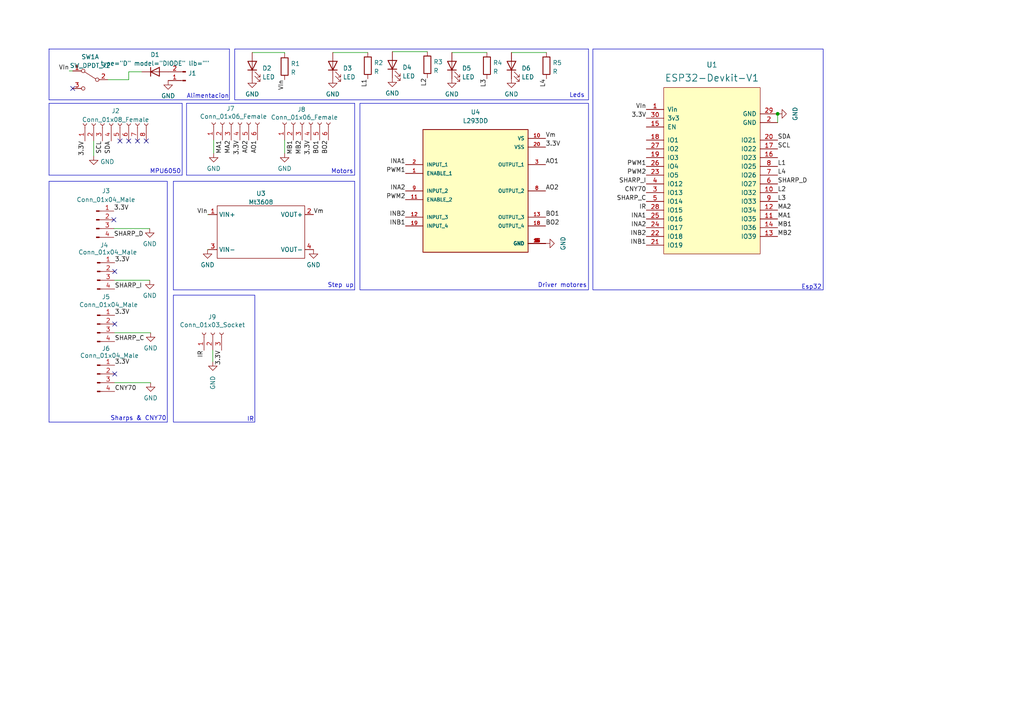
<source format=kicad_sch>
(kicad_sch (version 20230121) (generator eeschema)
  (paper "A4")
  (lib_symbols
    (symbol "Connector:Conn_01x02_Male" (pin_names (offset 1.016) hide)
      (property "Reference" "J" (at 0 2.54 0))
      (property "Value" "Conn_01x02_Male" (at 0 -5.08 0))
      (symbol "Conn_01x02_Male_1_1"
        (polyline (pts (xy 1.27 -2.54) (xy 0.8636 -2.54)) (stroke (width 0.1524)))
        (polyline (pts (xy 1.27 0) (xy 0.8636 0)) (stroke (width 0.1524)))
        (rectangle (start 0.8636 -2.413) (end 0 -2.667) (stroke (width 0.1524)) (fill (type outline)))
        (rectangle (start 0.8636 0.127) (end 0 -0.127) (stroke (width 0.1524)) (fill (type outline)))
        (pin passive line (at 5.08 0 180) (length 3.81) (name "Pin_1") (number "1"))
        (pin passive line (at 5.08 -2.54 180) (length 3.81) (name "Pin_2") (number "2"))
      )
    )
    (symbol "Connector:Conn_01x03_Socket" (pin_names (offset 1.016) hide)
      (property "Reference" "J" (at 0 5.08 0))
      (property "Value" "Conn_01x03_Socket" (at 0 -5.08 0))
      (symbol "Conn_01x03_Socket_1_1"
        (arc (start 0 -2.032) (mid -0.5058 -2.54) (end 0 -3.048) (stroke (width 0.1524)))
        (polyline (pts (xy -1.27 -2.54) (xy -0.508 -2.54)) (stroke (width 0.1524)))
        (polyline (pts (xy -1.27 0) (xy -0.508 0)) (stroke (width 0.1524)))
        (polyline (pts (xy -1.27 2.54) (xy -0.508 2.54)) (stroke (width 0.1524)))
        (arc (start 0 0.508) (mid -0.5058 0) (end 0 -0.508) (stroke (width 0.1524)))
        (arc (start 0 3.048) (mid -0.5058 2.54) (end 0 2.032) (stroke (width 0.1524)))
        (pin passive line (at -5.08 2.54 0) (length 3.81) (name "Pin_1") (number "1"))
        (pin passive line (at -5.08 0 0) (length 3.81) (name "Pin_2") (number "2"))
        (pin passive line (at -5.08 -2.54 0) (length 3.81) (name "Pin_3") (number "3"))
      )
    )
    (symbol "Connector:Conn_01x04_Male" (pin_names (offset 1.016) hide)
      (property "Reference" "J" (at 0 5.08 0))
      (property "Value" "Conn_01x04_Male" (at 0 -7.62 0))
      (symbol "Conn_01x04_Male_1_1"
        (polyline (pts (xy 1.27 -5.08) (xy 0.8636 -5.08)) (stroke (width 0.1524)))
        (polyline (pts (xy 1.27 -2.54) (xy 0.8636 -2.54)) (stroke (width 0.1524)))
        (polyline (pts (xy 1.27 0) (xy 0.8636 0)) (stroke (width 0.1524)))
        (polyline (pts (xy 1.27 2.54) (xy 0.8636 2.54)) (stroke (width 0.1524)))
        (rectangle (start 0.8636 -4.953) (end 0 -5.207) (stroke (width 0.1524)) (fill (type outline)))
        (rectangle (start 0.8636 -2.413) (end 0 -2.667) (stroke (width 0.1524)) (fill (type outline)))
        (rectangle (start 0.8636 0.127) (end 0 -0.127) (stroke (width 0.1524)) (fill (type outline)))
        (rectangle (start 0.8636 2.667) (end 0 2.413) (stroke (width 0.1524)) (fill (type outline)))
        (pin passive line (at 5.08 2.54 180) (length 3.81) (name "Pin_1") (number "1"))
        (pin passive line (at 5.08 0 180) (length 3.81) (name "Pin_2") (number "2"))
        (pin passive line (at 5.08 -2.54 180) (length 3.81) (name "Pin_3") (number "3"))
        (pin passive line (at 5.08 -5.08 180) (length 3.81) (name "Pin_4") (number "4"))
      )
    )
    (symbol "Connector:Conn_01x06_Female" (pin_names (offset 1.016) hide)
      (property "Reference" "J" (at 0 7.62 0))
      (property "Value" "Conn_01x06_Female" (at 0 -10.16 0))
      (symbol "Conn_01x06_Female_1_1"
        (arc (start 0 -7.112) (mid -0.5058 -7.62) (end 0 -8.128) (stroke (width 0.1524)))
        (arc (start 0 -4.572) (mid -0.5058 -5.08) (end 0 -5.588) (stroke (width 0.1524)))
        (arc (start 0 -2.032) (mid -0.5058 -2.54) (end 0 -3.048) (stroke (width 0.1524)))
        (polyline (pts (xy -1.27 -7.62) (xy -0.508 -7.62)) (stroke (width 0.1524)))
        (polyline (pts (xy -1.27 -5.08) (xy -0.508 -5.08)) (stroke (width 0.1524)))
        (polyline (pts (xy -1.27 -2.54) (xy -0.508 -2.54)) (stroke (width 0.1524)))
        (polyline (pts (xy -1.27 0) (xy -0.508 0)) (stroke (width 0.1524)))
        (polyline (pts (xy -1.27 2.54) (xy -0.508 2.54)) (stroke (width 0.1524)))
        (polyline (pts (xy -1.27 5.08) (xy -0.508 5.08)) (stroke (width 0.1524)))
        (arc (start 0 0.508) (mid -0.5058 0) (end 0 -0.508) (stroke (width 0.1524)))
        (arc (start 0 3.048) (mid -0.5058 2.54) (end 0 2.032) (stroke (width 0.1524)))
        (arc (start 0 5.588) (mid -0.5058 5.08) (end 0 4.572) (stroke (width 0.1524)))
        (pin passive line (at -5.08 5.08 0) (length 3.81) (name "Pin_1") (number "1"))
        (pin passive line (at -5.08 2.54 0) (length 3.81) (name "Pin_2") (number "2"))
        (pin passive line (at -5.08 0 0) (length 3.81) (name "Pin_3") (number "3"))
        (pin passive line (at -5.08 -2.54 0) (length 3.81) (name "Pin_4") (number "4"))
        (pin passive line (at -5.08 -5.08 0) (length 3.81) (name "Pin_5") (number "5"))
        (pin passive line (at -5.08 -7.62 0) (length 3.81) (name "Pin_6") (number "6"))
      )
    )
    (symbol "Connector:Conn_01x08_Female" (pin_names (offset 1.016) hide)
      (property "Reference" "J" (at 0 10.16 0))
      (property "Value" "Conn_01x08_Female" (at 0 -12.7 0))
      (symbol "Conn_01x08_Female_1_1"
        (arc (start 0 -9.652) (mid -0.5058 -10.16) (end 0 -10.668) (stroke (width 0.1524)))
        (arc (start 0 -7.112) (mid -0.5058 -7.62) (end 0 -8.128) (stroke (width 0.1524)))
        (arc (start 0 -4.572) (mid -0.5058 -5.08) (end 0 -5.588) (stroke (width 0.1524)))
        (arc (start 0 -2.032) (mid -0.5058 -2.54) (end 0 -3.048) (stroke (width 0.1524)))
        (polyline (pts (xy -1.27 -10.16) (xy -0.508 -10.16)) (stroke (width 0.1524)))
        (polyline (pts (xy -1.27 -7.62) (xy -0.508 -7.62)) (stroke (width 0.1524)))
        (polyline (pts (xy -1.27 -5.08) (xy -0.508 -5.08)) (stroke (width 0.1524)))
        (polyline (pts (xy -1.27 -2.54) (xy -0.508 -2.54)) (stroke (width 0.1524)))
        (polyline (pts (xy -1.27 0) (xy -0.508 0)) (stroke (width 0.1524)))
        (polyline (pts (xy -1.27 2.54) (xy -0.508 2.54)) (stroke (width 0.1524)))
        (polyline (pts (xy -1.27 5.08) (xy -0.508 5.08)) (stroke (width 0.1524)))
        (polyline (pts (xy -1.27 7.62) (xy -0.508 7.62)) (stroke (width 0.1524)))
        (arc (start 0 0.508) (mid -0.5058 0) (end 0 -0.508) (stroke (width 0.1524)))
        (arc (start 0 3.048) (mid -0.5058 2.54) (end 0 2.032) (stroke (width 0.1524)))
        (arc (start 0 5.588) (mid -0.5058 5.08) (end 0 4.572) (stroke (width 0.1524)))
        (arc (start 0 8.128) (mid -0.5058 7.62) (end 0 7.112) (stroke (width 0.1524)))
        (pin passive line (at -5.08 7.62 0) (length 3.81) (name "Pin_1") (number "1"))
        (pin passive line (at -5.08 5.08 0) (length 3.81) (name "Pin_2") (number "2"))
        (pin passive line (at -5.08 2.54 0) (length 3.81) (name "Pin_3") (number "3"))
        (pin passive line (at -5.08 0 0) (length 3.81) (name "Pin_4") (number "4"))
        (pin passive line (at -5.08 -2.54 0) (length 3.81) (name "Pin_5") (number "5"))
        (pin passive line (at -5.08 -5.08 0) (length 3.81) (name "Pin_6") (number "6"))
        (pin passive line (at -5.08 -7.62 0) (length 3.81) (name "Pin_7") (number "7"))
        (pin passive line (at -5.08 -10.16 0) (length 3.81) (name "Pin_8") (number "8"))
      )
    )
    (symbol "Device:LED" (pin_numbers hide) (pin_names (offset 1.016) hide)
      (property "Reference" "D" (at 0 2.54 0))
      (property "Value" "LED" (at 0 -2.54 0))
      (symbol "LED_0_1"
        (polyline (pts (xy -1.27 -1.27) (xy -1.27 1.27)) (stroke (width 0.254)))
        (polyline (pts (xy -1.27 0) (xy 1.27 0)))
        (polyline (pts (xy 1.27 -1.27) (xy 1.27 1.27) (xy -1.27 0) (xy 1.27 -1.27)) (stroke (width 0.254)))
        (polyline (pts (xy -3.048 -0.762) (xy -4.572 -2.286) (xy -3.81 -2.286) (xy -4.572 -2.286) (xy -4.572 -1.524)))
        (polyline (pts (xy -1.778 -0.762) (xy -3.302 -2.286) (xy -2.54 -2.286) (xy -3.302 -2.286) (xy -3.302 -1.524)))
      )
      (symbol "LED_1_1"
        (pin passive line (at -3.81 0 0) (length 2.54) (name "K") (number "1"))
        (pin passive line (at 3.81 0 180) (length 2.54) (name "A") (number "2"))
      )
    )
    (symbol "Device:R" (pin_numbers hide) (pin_names (offset 0))
      (property "Reference" "R" (at 2.032 0 90))
      (property "Value" "R" (at 0 0 90))
      (symbol "R_0_1"
        (rectangle (start -1.016 -2.54) (end 1.016 2.54) (stroke (width 0.254)))
      )
      (symbol "R_1_1"
        (pin passive line (at 0 3.81 270) (length 1.27) (name "~") (number "1"))
        (pin passive line (at 0 -3.81 90) (length 1.27) (name "~") (number "2"))
      )
    )
    (symbol "L293DD:L293DD" (pin_names (offset 1.016))
      (property "Reference" "U" (at -15 18.7 0))
      (property "Value" "L293DD" (at -15 -20 0))
      (symbol "L293DD_0_0"
        (rectangle (start -15.24 -17.78) (end 15.24 17.78) (stroke (width 0.254)) (fill (type background)))
        (pin input line (at -20.32 5.08 0) (length 5.08) (name "ENABLE_1") (number "1"))
        (pin power_in line (at 20.32 15.24 180) (length 5.08) (name "VS") (number "10"))
        (pin input line (at -20.32 -2.54 0) (length 5.08) (name "ENABLE_2") (number "11"))
        (pin input line (at -20.32 -7.62 0) (length 5.08) (name "INPUT_3") (number "12"))
        (pin output line (at 20.32 -7.62 180) (length 5.08) (name "OUTPUT_3") (number "13"))
        (pin power_in line (at 20.32 -15.24 180) (length 5.08) (name "GND") (number "14"))
        (pin power_in line (at 20.32 -15.24 180) (length 5.08) (name "GND") (number "15"))
        (pin power_in line (at 20.32 -15.24 180) (length 5.08) (name "GND") (number "16"))
        (pin power_in line (at 20.32 -15.24 180) (length 5.08) (name "GND") (number "17"))
        (pin output line (at 20.32 -10.16 180) (length 5.08) (name "OUTPUT_4") (number "18"))
        (pin input line (at -20.32 -10.16 0) (length 5.08) (name "INPUT_4") (number "19"))
        (pin input line (at -20.32 7.62 0) (length 5.08) (name "INPUT_1") (number "2"))
        (pin power_in line (at 20.32 12.7 180) (length 5.08) (name "VSS") (number "20"))
        (pin output line (at 20.32 7.62 180) (length 5.08) (name "OUTPUT_1") (number "3"))
        (pin power_in line (at 20.32 -15.24 180) (length 5.08) (name "GND") (number "4"))
        (pin power_in line (at 20.32 -15.24 180) (length 5.08) (name "GND") (number "5"))
        (pin power_in line (at 20.32 -15.24 180) (length 5.08) (name "GND") (number "6"))
        (pin power_in line (at 20.32 -15.24 180) (length 5.08) (name "GND") (number "7"))
        (pin output line (at 20.32 0 180) (length 5.08) (name "OUTPUT_2") (number "8"))
        (pin input line (at -20.32 0 0) (length 5.08) (name "INPUT_2") (number "9"))
      )
    )
    (symbol "Simulation_SPICE:DIODE" (pin_numbers hide) (pin_names (offset 1.016) hide)
      (property "Reference" "D" (at 0 2.54 0))
      (property "Value" "DIODE" (at 0 -2.54 0))
      (symbol "DIODE_0_1"
        (polyline (pts (xy 1.27 0) (xy -1.27 0)))
        (polyline (pts (xy 1.27 1.27) (xy 1.27 -1.27)) (stroke (width 0.254)))
        (polyline (pts (xy -1.27 -1.27) (xy -1.27 1.27) (xy 1.27 0) (xy -1.27 -1.27)) (stroke (width 0.254)))
      )
      (symbol "DIODE_1_1"
        (pin passive line (at -3.81 0 0) (length 2.54) (name "A") (number "1"))
        (pin passive line (at 3.81 0 180) (length 2.54) (name "K") (number "2"))
      )
    )
    (symbol "Switch:SW_DPDT_x2" (pin_names (offset 0) hide)
      (property "Reference" "SW" (at 0 4.318 0))
      (property "Value" "SW_DPDT_x2" (at 0 -5.08 0))
      (symbol "SW_DPDT_x2_0_0"
        (circle (center -2.032 0) (radius 0.508))
        (circle (center 2.032 -2.54) (radius 0.508))
      )
      (symbol "SW_DPDT_x2_0_1"
        (polyline (pts (xy -1.524 0.254) (xy 1.651 2.286)))
        (circle (center 2.032 2.54) (radius 0.508))
      )
      (symbol "SW_DPDT_x2_1_1"
        (pin passive line (at 5.08 2.54 180) (length 2.54) (name "A") (number "1"))
        (pin passive line (at -5.08 0 0) (length 2.54) (name "B") (number "2"))
        (pin passive line (at 5.08 -2.54 180) (length 2.54) (name "C") (number "3"))
      )
      (symbol "SW_DPDT_x2_2_1"
        (pin passive line (at 5.08 2.54 180) (length 2.54) (name "A") (number "4"))
        (pin passive line (at -5.08 0 0) (length 2.54) (name "B") (number "5"))
        (pin passive line (at 5.08 -2.54 180) (length 2.54) (name "C") (number "6"))
      )
    )
    (symbol "esp32-devkit-v1:ESP32-Devkit-V1" (pin_names (offset 1.016))
      (property "Reference" "U" (at 13.97 -21.59 0))
      (property "Value" "ESP32-Devkit-V1" (at 13.97 -2.54 0))
      (symbol "ESP32-Devkit-V1_0_1"
        (rectangle (start 0 0) (end 27.94 -48.26) (fill (type background)))
      )
      (symbol "ESP32-Devkit-V1_1_1"
        (pin power_in line (at -5.08 -6.35 0) (length 5.08) (name "Vin") (number "1"))
        (pin bidirectional line (at 33.02 -30.48 180) (length 5.08) (name "IO32") (number "10"))
        (pin bidirectional line (at 33.02 -38.1 180) (length 5.08) (name "IO35") (number "11"))
        (pin bidirectional line (at 33.02 -35.56 180) (length 5.08) (name "IO34") (number "12"))
        (pin bidirectional line (at 33.02 -43.18 180) (length 5.08) (name "IO39") (number "13"))
        (pin bidirectional line (at 33.02 -40.64 180) (length 5.08) (name "IO36") (number "14"))
        (pin input line (at -5.08 -11.43 0) (length 5.08) (name "EN") (number "15"))
        (pin bidirectional line (at 33.02 -20.32 180) (length 5.08) (name "IO23") (number "16"))
        (pin bidirectional line (at 33.02 -17.78 180) (length 5.08) (name "IO22") (number "17"))
        (pin bidirectional line (at -5.08 -15.24 0) (length 5.08) (name "IO1") (number "18"))
        (pin bidirectional line (at -5.08 -20.32 0) (length 5.08) (name "IO3") (number "19"))
        (pin power_out line (at 33.02 -10.16 180) (length 5.08) (name "GND") (number "2"))
        (pin bidirectional line (at 33.02 -15.24 180) (length 5.08) (name "IO21") (number "20"))
        (pin bidirectional line (at -5.08 -45.72 0) (length 5.08) (name "IO19") (number "21"))
        (pin bidirectional line (at -5.08 -43.18 0) (length 5.08) (name "IO18") (number "22"))
        (pin bidirectional line (at -5.08 -25.4 0) (length 5.08) (name "IO5") (number "23"))
        (pin bidirectional line (at -5.08 -40.64 0) (length 5.08) (name "IO17") (number "24"))
        (pin bidirectional line (at -5.08 -38.1 0) (length 5.08) (name "IO16") (number "25"))
        (pin bidirectional line (at -5.08 -22.86 0) (length 5.08) (name "IO4") (number "26"))
        (pin bidirectional line (at -5.08 -17.78 0) (length 5.08) (name "IO2") (number "27"))
        (pin bidirectional line (at -5.08 -35.56 0) (length 5.08) (name "IO15") (number "28"))
        (pin power_out line (at 33.02 -7.62 180) (length 5.08) (name "GND") (number "29"))
        (pin bidirectional line (at -5.08 -30.48 0) (length 5.08) (name "IO13") (number "3"))
        (pin power_out line (at -5.08 -8.89 0) (length 5.08) (name "3v3") (number "30"))
        (pin bidirectional line (at -5.08 -27.94 0) (length 5.08) (name "IO12") (number "4"))
        (pin bidirectional line (at -5.08 -33.02 0) (length 5.08) (name "IO14") (number "5"))
        (pin bidirectional line (at 33.02 -27.94 180) (length 5.08) (name "IO27") (number "6"))
        (pin bidirectional line (at 33.02 -25.4 180) (length 5.08) (name "IO26") (number "7"))
        (pin bidirectional line (at 33.02 -22.86 180) (length 5.08) (name "IO25") (number "8"))
        (pin bidirectional line (at 33.02 -33.02 180) (length 5.08) (name "IO33") (number "9"))
      )
    )
    (symbol "power:GND" (power) (pin_names (offset 0))
      (property "Value" "GND" (at 0 -3.81 0))
      (symbol "GND_0_1"
        (polyline (pts (xy 0 0) (xy 0 -1.27) (xy 1.27 -1.27) (xy 0 -2.54) (xy -1.27 -1.27) (xy 0 -1.27)))
      )
      (symbol "GND_1_1"
        (pin power_in line (at 0 0 270) (length 0) hide (name "GND") (number "1"))
      )
    )
    (symbol "propios:Mt3608"
      (property "Reference" "U" (at 0 0 0))
      (property "Value" "Mt3608" (at 0 0 0))
      (symbol "Mt3608_0_1"
        (rectangle (start -12.7 -2.54) (end 12.7 -17.78))
      )
      (symbol "Mt3608_1_1"
        (pin input line (at -15.24 -5.08 0) (length 2.54) (name "VIN+") (number "1"))
        (pin input line (at 15.24 -5.08 180) (length 2.54) (name "VOUT+") (number "2"))
        (pin input line (at -15.24 -15.24 0) (length 2.54) (name "VIN-") (number "3"))
        (pin input line (at 15.24 -15.24 180) (length 2.54) (name "VOUT-") (number "4"))
      )
    )
  )
  (junction (at 225.552 33.02))
  (no_connect (at 33.274 78.74))
  (no_connect (at 39.878 40.894))
  (no_connect (at 37.338 40.894))
  (no_connect (at 42.418 40.894))
  (no_connect (at 21.082 25.654))
  (no_connect (at 33.274 93.98))
  (no_connect (at 34.798 40.894))
  (no_connect (at 33.02 63.754))
  (no_connect (at 33.274 108.458))
  (wire (pts (xy 96.52 15.24) (xy 106.68 15.24)))
  (polyline (pts (xy 68.072 28.956) (xy 68.072 14.224)))
  (polyline (pts (xy 50.292 52.578) (xy 102.87 52.578)))
  (polyline (pts (xy 170.688 14.224) (xy 170.688 28.956)))
  (wire (pts (xy 27.178 45.212) (xy 27.178 40.894)))
  (wire (pts (xy 43.434 81.28) (xy 33.274 81.28)))
  (polyline (pts (xy 66.548 14.224) (xy 14.224 14.224)))
  (wire (pts (xy 225.552 33.02) (xy 225.552 35.56)))
  (wire (pts (xy 37.338 23.114) (xy 31.242 23.114)))
  (polyline (pts (xy 68.072 14.224) (xy 170.688 14.224)))
  (polyline (pts (xy 48.514 122.428) (xy 48.514 52.578)))
  (wire (pts (xy 82.55 15.24) (xy 82.55 15.494)))
  (polyline (pts (xy 14.224 50.8) (xy 14.224 29.972)))
  (polyline (pts (xy 14.224 122.428) (xy 48.514 122.428)))
  (polyline (pts (xy 14.224 14.224) (xy 14.224 28.956)))
  (polyline (pts (xy 14.224 28.956) (xy 66.548 28.956)))
  (wire (pts (xy 43.688 96.52) (xy 33.274 96.52)))
  (wire (pts (xy 37.338 20.828) (xy 37.338 23.114)))
  (polyline (pts (xy 50.292 52.578) (xy 50.292 84.074)))
  (wire (pts (xy 43.434 66.294) (xy 33.02 66.294)))
  (polyline (pts (xy 102.87 29.972) (xy 102.87 50.8)))
  (polyline (pts (xy 54.102 29.972) (xy 102.87 29.972)))
  (polyline (pts (xy 102.87 84.074) (xy 50.292 84.074)))
  (wire (pts (xy 73.152 15.24) (xy 82.55 15.24)))
  (wire (pts (xy 61.976 44.45) (xy 61.976 40.64)))
  (wire (pts (xy 148.336 15.24) (xy 158.496 15.24)))
  (wire (pts (xy 20.066 20.574) (xy 21.082 20.574)))
  (polyline (pts (xy 66.548 28.956) (xy 66.548 14.224)))
  (wire (pts (xy 113.792 14.986) (xy 123.952 14.986)))
  (polyline (pts (xy 14.224 14.224) (xy 14.224 14.224)))
  (polyline (pts (xy 14.224 50.8) (xy 52.832 50.8)))
  (polyline (pts (xy 170.688 28.956) (xy 68.072 28.956)))
  (polyline (pts (xy 102.87 52.578) (xy 102.87 84.074)))
  (wire (pts (xy 41.148 20.828) (xy 37.338 20.828)))
  (wire (pts (xy 131.064 15.24) (xy 141.224 15.24)))
  (polyline (pts (xy 14.224 29.972) (xy 52.832 29.972)))
  (wire (pts (xy 82.55 44.45) (xy 82.55 40.64)))
  (polyline (pts (xy 54.102 29.972) (xy 54.102 50.8)))
  (wire (pts (xy 61.722 104.902) (xy 61.722 101.6)))
  (polyline (pts (xy 52.832 29.972) (xy 52.832 50.8)))
  (polyline (pts (xy 48.514 52.578) (xy 14.224 52.578)))
  (wire (pts (xy 43.688 110.998) (xy 33.274 110.998)))
  (wire (pts (xy 60.198 62.23) (xy 60.452 62.23)))
  (wire (pts (xy 60.198 72.39) (xy 60.452 72.39)))
  (polyline (pts (xy 102.87 50.8) (xy 54.102 50.8)))
  (polyline (pts (xy 14.224 52.578) (xy 14.224 122.428)))
  (rectangle (start 104.394 29.972) (end 170.688 84.074))
  (rectangle (start 50.292 85.598) (end 73.914 122.428))
  (rectangle (start 171.958 14.224) (end 238.76 84.074))
  (text "Driver motores\n" (at 155.956 83.566 0) (effects (font (size 1.27 1.27)) (justify left bottom)))
  (text "IR" (at 71.628 122.428 0) (effects (font (size 1.27 1.27)) (justify left bottom)))
  (text "MPU6050\n" (at 43.434 50.546 0) (effects (font (size 1.27 1.27)) (justify left bottom)))
  (text "Esp32" (at 232.41 84.074 0) (effects (font (size 1.27 1.27)) (justify left bottom)))
  (text "Step up\n" (at 94.996 83.566 0) (effects (font (size 1.27 1.27)) (justify left bottom)))
  (text "Motors\n" (at 96.012 50.546 0) (effects (font (size 1.27 1.27)) (justify left bottom)))
  (text "Leds" (at 165.1 28.448 0) (effects (font (size 1.27 1.27)) (justify left bottom)))
  (text "Alimentacion\n" (at 54.102 28.702 0) (effects (font (size 1.27 1.27)) (justify left bottom)))
  (text "Sharps & CNY70" (at 32.004 122.174 0) (effects (font (size 1.27 1.27)) (justify left bottom)))
  (label "SCL" (at 29.718 40.894 270))
  (label "3.3V" (at 69.596 40.64 270))
  (label "VIn" (at 82.55 23.114 270))
  (label "VIn" (at 20.066 20.574 180))
  (label "L3" (at 225.552 58.42 0))
  (label "VIn" (at 187.452 31.75 180))
  (label "SDA" (at 225.552 40.64 0))
  (label "SHARP_C" (at 187.452 58.42 180))
  (label "Vm" (at 158.242 40.132 0))
  (label "INB1" (at 187.452 71.12 180))
  (label "3.3V" (at 33.274 105.918 0))
  (label "3.3V" (at 90.17 40.64 270))
  (label "L2" (at 225.552 55.88 0))
  (label "SHARP_D" (at 225.552 53.34 0))
  (label "SHARP_D" (at 33.02 68.834 0))
  (label "IR" (at 187.452 60.96 180))
  (label "INB1" (at 117.602 65.532 180))
  (label "L1" (at 106.68 22.86 270))
  (label "SHARP_I" (at 187.452 53.34 180))
  (label "Vm" (at 90.932 62.23 0))
  (label "VIn" (at 60.198 62.23 180))
  (label "PWM1" (at 187.452 48.26 180))
  (label "PWM2" (at 117.602 57.912 180))
  (label "AO2" (at 158.242 55.372 0))
  (label "BO2" (at 95.25 40.64 270))
  (label "L1" (at 225.552 48.26 0))
  (label "MA2" (at 225.552 60.96 0))
  (label "INB2" (at 117.602 62.992 180))
  (label "SHARP_C" (at 33.274 99.06 0))
  (label "L3" (at 141.224 22.86 270))
  (label "CNY70" (at 187.452 55.88 180))
  (label "AO1" (at 74.676 40.64 270))
  (label "MB1" (at 225.552 66.04 0))
  (label "L4" (at 225.552 50.8 0))
  (label "3.3V" (at 158.242 42.672 0))
  (label "MA1" (at 225.552 63.5 0))
  (label "PWM2" (at 187.452 50.8 180))
  (label "INA2" (at 117.602 55.372 180))
  (label "MB2" (at 225.552 68.58 0))
  (label "IR" (at 59.182 101.6 270))
  (label "L2" (at 123.952 22.606 270))
  (label "3.3V" (at 187.452 34.29 180))
  (label "MB1" (at 85.09 40.64 270))
  (label "INA1" (at 187.452 63.5 180))
  (label "3.3V" (at 64.262 101.6 270))
  (label "AO1" (at 158.242 47.752 0))
  (label "PWM1" (at 117.602 50.292 180))
  (label "BO1" (at 158.242 62.992 0))
  (label "INB2" (at 187.452 68.58 180))
  (label "L4" (at 158.496 22.86 270))
  (label "SDA" (at 32.258 40.894 270))
  (label "3.3V" (at 24.638 40.894 270))
  (label "SCL" (at 225.552 43.18 0))
  (label "CNY70" (at 33.274 113.538 0))
  (label "INA2" (at 187.452 66.04 180))
  (label "MA1" (at 64.516 40.64 270))
  (label "INA1" (at 117.602 47.752 180))
  (label "AO2" (at 72.136 40.64 270))
  (label "BO1" (at 92.71 40.64 270))
  (label "3.3V" (at 33.274 91.44 0))
  (label "BO2" (at 158.242 65.532 0))
  (label "3.3V" (at 33.274 76.2 0))
  (label "SHARP_I" (at 33.274 83.82 0))
  (label "MB2" (at 87.63 40.64 270))
  (label "3.3V" (at 33.02 61.214 0))
  (label "MA2" (at 67.056 40.64 270))
  (symbol (lib_id "power:GND") (at 27.178 45.212 0) (unit 1)
    (property "Reference" "#PWR03" (effects hide))
    (property "Value" "GND" (at 29.083 46.9158 0) (effects (justify left)))
  )
  (symbol (lib_id "power:GND") (at 225.552 33.02 90) (unit 1)
    (property "Reference" "#PWR018" (effects hide))
    (property "Value" "GND" (at 230.632 33.02 0))
  )
  (symbol (lib_id "Connector:Conn_01x04_Male") (at 28.194 78.74 0) (unit 1)
    (property "Reference" "J4" (at 30.226 71.12 0))
    (property "Value" "Conn_01x04_Male" (at 31.242 73.152 0))
    (property "Footprint" "Connector_PinHeader_2.54mm:PinHeader_1x04_P2.54mm_Vertical" (effects hide))
  )
  (symbol (lib_id "power:GND") (at 43.434 66.294 0) (unit 1)
    (property "Reference" "#PWR04" (effects hide))
    (property "Value" "GND" (at 43.434 70.7374 0))
  )
  (symbol (lib_id "power:GND") (at 148.336 22.86 0) (unit 1)
    (property "Reference" "#PWR017" (effects hide))
    (property "Value" "GND" (at 148.336 27.3034 0))
  )
  (symbol (lib_id "Device:R") (at 141.224 19.05 0) (unit 1)
    (property "Reference" "R4" (at 143.002 18.2153 0) (effects (justify left)))
    (property "Value" "R" (at 143.002 20.7522 0) (effects (justify left)))
    (property "Footprint" "Resistor_SMD:R_1206_3216Metric_Pad1.30x1.75mm_HandSolder" (effects hide))
  )
  (symbol (lib_id "power:GND") (at 43.688 110.998 0) (unit 1)
    (property "Reference" "#PWR07" (effects hide))
    (property "Value" "GND" (at 43.688 115.4414 0))
  )
  (symbol (lib_id "Connector:Conn_01x04_Male") (at 28.194 108.458 0) (unit 1)
    (property "Reference" "J6" (at 30.734 101.092 0))
    (property "Value" "Conn_01x04_Male" (at 31.75 103.124 0))
    (property "Footprint" "Connector_PinHeader_2.54mm:PinHeader_1x04_P2.54mm_Vertical" (effects hide))
  )
  (symbol (lib_id "power:GND") (at 61.722 104.902 0) (unit 1)
    (property "Reference" "#PWR014" (effects hide))
    (property "Value" "GND" (at 61.722 108.966 90) (effects (justify right)))
  )
  (symbol (lib_id "Device:LED") (at 113.792 18.796 90) (unit 1)
    (property "Reference" "D4" (at 116.713 19.5488 90) (effects (justify right)))
    (property "Value" "LED" (at 116.713 22.0857 90) (effects (justify right)))
    (property "Footprint" "LED_THT:LED_D3.0mm" (effects hide))
  )
  (symbol (lib_id "Device:R") (at 82.55 19.304 0) (unit 1)
    (property "Reference" "R1" (at 84.328 18.4693 0) (effects (justify left)))
    (property "Value" "R" (at 84.328 21.0062 0) (effects (justify left)))
    (property "Footprint" "Resistor_SMD:R_1206_3216Metric_Pad1.30x1.75mm_HandSolder" (effects hide))
  )
  (symbol (lib_id "Device:LED") (at 96.52 19.05 90) (unit 1)
    (property "Reference" "D3" (at 99.441 19.8028 90) (effects (justify right)))
    (property "Value" "LED" (at 99.441 22.3397 90) (effects (justify right)))
    (property "Footprint" "LED_THT:LED_D3.0mm" (effects hide))
  )
  (symbol (lib_id "power:GND") (at 48.768 23.368 0) (unit 1)
    (property "Reference" "#PWR02" (effects hide))
    (property "Value" "GND" (at 48.768 27.8114 0))
  )
  (symbol (lib_id "power:GND") (at 82.55 44.45 0) (unit 1)
    (property "Reference" "#PWR013" (effects hide))
    (property "Value" "GND" (at 82.55 48.8934 0))
  )
  (symbol (lib_id "power:GND") (at 131.064 22.86 0) (unit 1)
    (property "Reference" "#PWR016" (effects hide))
    (property "Value" "GND" (at 131.064 27.3034 0))
  )
  (symbol (lib_id "Connector:Conn_01x06_Female") (at 87.63 35.56 90) (unit 1)
    (property "Reference" "J8" (at 88.646 31.75 90) (effects (justify left)))
    (property "Value" "Conn_01x06_Female" (at 98.044 34.036 90) (effects (justify left)))
    (property "Footprint" "Connector_PinHeader_2.54mm:PinHeader_1x06_P2.54mm_Vertical" (effects hide))
  )
  (symbol (lib_id "esp32-devkit-v1:ESP32-Devkit-V1") (at 192.532 25.4 0) (unit 1)
    (property "Reference" "U1" (at 206.502 18.796 0) (effects (font (size 1.524 1.524))))
    (property "Value" "ESP32-Devkit-V1" (at 206.502 22.606 0) (effects (font (size 2.0066 2.0066))))
    (property "Footprint" "DOIT_ESP32:DOIT_ESP32_Devkit" (effects hide))
  )
  (symbol (lib_id "Connector:Conn_01x04_Male") (at 28.194 93.98 0) (unit 1)
    (property "Reference" "J5" (at 30.734 86.106 0))
    (property "Value" "Conn_01x04_Male" (at 31.496 88.392 0))
    (property "Footprint" "Connector_PinHeader_2.54mm:PinHeader_1x04_P2.54mm_Vertical" (effects hide))
  )
  (symbol (lib_id "Connector:Conn_01x08_Female") (at 32.258 35.814 90) (unit 1)
    (property "Reference" "J2" (at 33.528 32.165 90))
    (property "Value" "Conn_01x08_Female" (at 33.528 34.7019 90))
    (property "Footprint" "Connector_PinSocket_2.54mm:PinSocket_1x08_P2.54mm_Vertical" (effects hide))
  )
  (symbol (lib_id "L293DD:L293DD") (at 137.922 55.372 0) (unit 1)
    (property "Reference" "U4" (at 137.922 32.512 0))
    (property "Value" "L293DD" (at 137.922 35.052 0))
    (property "Footprint" "L293DD:SOIC127P1032X265-20N" (effects hide))
    (property "MF" "STMicroelectronics" (effects hide))
    (property "Description" "\nBipolar Motor Driver Parallel 20-SOIC\n" (effects hide))
    (property "Package" "SOIC-20 STMicroelectronics" (effects hide))
    (property "Price" "None" (effects hide))
    (property "Check_prices" "https://www.snapeda.com/parts/L293DD/STMicroelectronics/view-part/?ref=eda" (effects hide))
    (property "STANDARD" "IPC-7351B" (effects hide))
    (property "PARTREV" "N/A" (effects hide))
    (property "SnapEDA_Link" "https://www.snapeda.com/parts/L293DD/STMicroelectronics/view-part/?ref=snap" (effects hide))
    (property "MP" "L293DD" (effects hide))
    (property "Purchase-URL" "https://www.snapeda.com/api/url_track_click_mouser/?unipart_id=48952&manufacturer=STMicroelectronics&part_name=L293DD&search_term=None" (effects hide))
    (property "Availability" "In Stock" (effects hide))
    (property "MANUFACTURER" "STMicroelectronics" (effects hide))
  )
  (symbol (lib_id "power:GND") (at 96.52 22.86 0) (unit 1)
    (property "Reference" "#PWR011" (effects hide))
    (property "Value" "GND" (at 96.52 27.3034 0))
  )
  (symbol (lib_id "power:GND") (at 60.198 72.39 0) (unit 1)
    (property "Reference" "#PWR08" (effects hide))
    (property "Value" "GND" (at 60.198 76.8334 0))
  )
  (symbol (lib_id "power:GND") (at 113.792 22.606 0) (unit 1)
    (property "Reference" "#PWR015" (effects hide))
    (property "Value" "GND" (at 113.792 27.0494 0))
  )
  (symbol (lib_id "Connector:Conn_01x02_Male") (at 53.848 23.368 180) (unit 1)
    (property "Reference" "J1" (at 54.5592 21.2633 0) (effects (justify right)))
    (property "Value" "Conn_01x02_Male" (effects hide))
    (property "Footprint" "Connector_PinHeader_2.54mm:PinHeader_1x02_P2.54mm_Vertical" (effects hide))
  )
  (symbol (lib_id "Device:LED") (at 73.152 19.05 90) (unit 1)
    (property "Reference" "D2" (at 76.073 19.8028 90) (effects (justify right)))
    (property "Value" "LED" (at 76.073 22.3397 90) (effects (justify right)))
    (property "Footprint" "LED_THT:LED_D3.0mm" (effects hide))
  )
  (symbol (lib_id "power:GND") (at 61.976 44.45 0) (unit 1)
    (property "Reference" "#PWR012" (effects hide))
    (property "Value" "GND" (at 61.976 48.8934 0))
  )
  (symbol (lib_id "propios:Mt3608") (at 75.692 57.15 0) (unit 1)
    (property "Reference" "U3" (at 75.692 56.1172 0))
    (property "Value" "Mt3608" (at 75.692 58.6541 0))
    (property "Footprint" "propios:Sx1308" (effects hide))
  )
  (symbol (lib_id "power:GND") (at 43.688 96.52 0) (unit 1)
    (property "Reference" "#PWR06" (effects hide))
    (property "Value" "GND" (at 43.688 100.9634 0))
  )
  (symbol (lib_id "power:GND") (at 90.932 72.39 0) (unit 1)
    (property "Reference" "#PWR09" (effects hide))
    (property "Value" "GND" (at 90.932 76.8334 0))
  )
  (symbol (lib_id "Device:R") (at 158.496 19.05 0) (unit 1)
    (property "Reference" "R5" (at 160.274 18.2153 0) (effects (justify left)))
    (property "Value" "R" (at 160.274 20.7522 0) (effects (justify left)))
    (property "Footprint" "Resistor_SMD:R_1206_3216Metric_Pad1.30x1.75mm_HandSolder" (effects hide))
  )
  (symbol (lib_id "power:GND") (at 73.152 22.86 0) (unit 1)
    (property "Reference" "#PWR010" (effects hide))
    (property "Value" "GND" (at 73.152 27.3034 0))
  )
  (symbol (lib_id "Simulation_SPICE:DIODE") (at 44.958 20.828 180) (unit 1)
    (property "Reference" "D1" (at 44.958 15.8582 0))
    (property "Value" "${SIM.PARAMS}" (at 44.958 18.3951 0))
    (property "Footprint" "Diode_THT:D_5W_P12.70mm_Horizontal" (effects hide))
    (property "Sim.Device" "SPICE" (effects hide))
    (property "Sim.Params" "type=\"D\" model=\"DIODE\" lib=\"\"" (effects hide))
    (property "Sim.Pins" "1=1 2=2" (effects hide))
  )
  (symbol (lib_id "power:GND") (at 43.434 81.28 0) (unit 1)
    (property "Reference" "#PWR05" (effects hide))
    (property "Value" "GND" (at 43.434 85.7234 0))
  )
  (symbol (lib_id "Switch:SW_DPDT_x2") (at 26.162 23.114 0) (mirror y) (unit 1)
    (property "Reference" "SW1" (at 26.162 16.4932 0))
    (property "Value" "SW_DPDT_x2" (at 26.162 19.0301 0))
    (property "Footprint" "Button_Switch_THT:SW_Slide_1P2T_CK_OS102011MS2Q" (effects hide))
  )
  (symbol (lib_id "power:GND") (at 158.242 70.612 90) (unit 1)
    (property "Reference" "#PWR01" (effects hide))
    (property "Value" "GND" (at 163.322 70.612 0))
  )
  (symbol (lib_id "Connector:Conn_01x03_Socket") (at 61.722 96.52 90) (unit 1)
    (property "Reference" "J9" (at 62.738 91.948 90) (effects (justify left)))
    (property "Value" "Conn_01x03_Socket" (at 71.12 94.234 90) (effects (justify left)))
    (property "Footprint" "Connector_PinSocket_2.54mm:PinSocket_1x03_P2.54mm_Vertical" (effects hide))
  )
  (symbol (lib_id "Connector:Conn_01x06_Female") (at 67.056 35.56 90) (unit 1)
    (property "Reference" "J7" (at 68.072 31.496 90) (effects (justify left)))
    (property "Value" "Conn_01x06_Female" (at 77.47 33.782 90) (effects (justify left)))
    (property "Footprint" "Connector_PinHeader_2.54mm:PinHeader_1x06_P2.54mm_Vertical" (effects hide))
  )
  (symbol (lib_id "Connector:Conn_01x04_Male") (at 27.94 63.754 0) (unit 1)
    (property "Reference" "J3" (at 30.734 55.372 0))
    (property "Value" "Conn_01x04_Male" (at 30.734 57.912 0))
    (property "Footprint" "Connector_PinHeader_2.54mm:PinHeader_1x04_P2.54mm_Vertical" (effects hide))
  )
  (symbol (lib_id "Device:LED") (at 148.336 19.05 90) (unit 1)
    (property "Reference" "D6" (at 151.257 19.8028 90) (effects (justify right)))
    (property "Value" "LED" (at 151.257 22.3397 90) (effects (justify right)))
    (property "Footprint" "LED_THT:LED_D3.0mm" (effects hide))
  )
  (symbol (lib_id "Device:R") (at 106.68 19.05 0) (unit 1)
    (property "Reference" "R2" (at 108.458 18.2153 0) (effects (justify left)))
    (property "Value" "R" (at 108.458 20.7522 0) (effects (justify left)))
    (property "Footprint" "Resistor_SMD:R_1206_3216Metric_Pad1.30x1.75mm_HandSolder" (effects hide))
  )
  (symbol (lib_id "Device:LED") (at 131.064 19.05 90) (unit 1)
    (property "Reference" "D5" (at 133.985 19.8028 90) (effects (justify right)))
    (property "Value" "LED" (at 133.985 22.3397 90) (effects (justify right)))
    (property "Footprint" "LED_THT:LED_D3.0mm" (effects hide))
  )
  (symbol (lib_id "Device:R") (at 123.952 18.796 0) (unit 1)
    (property "Reference" "R3" (at 125.73 17.9613 0) (effects (justify left)))
    (property "Value" "R" (at 125.73 20.4982 0) (effects (justify left)))
    (property "Footprint" "Resistor_SMD:R_1206_3216Metric_Pad1.30x1.75mm_HandSolder" (effects hide))
  )
)
</source>
